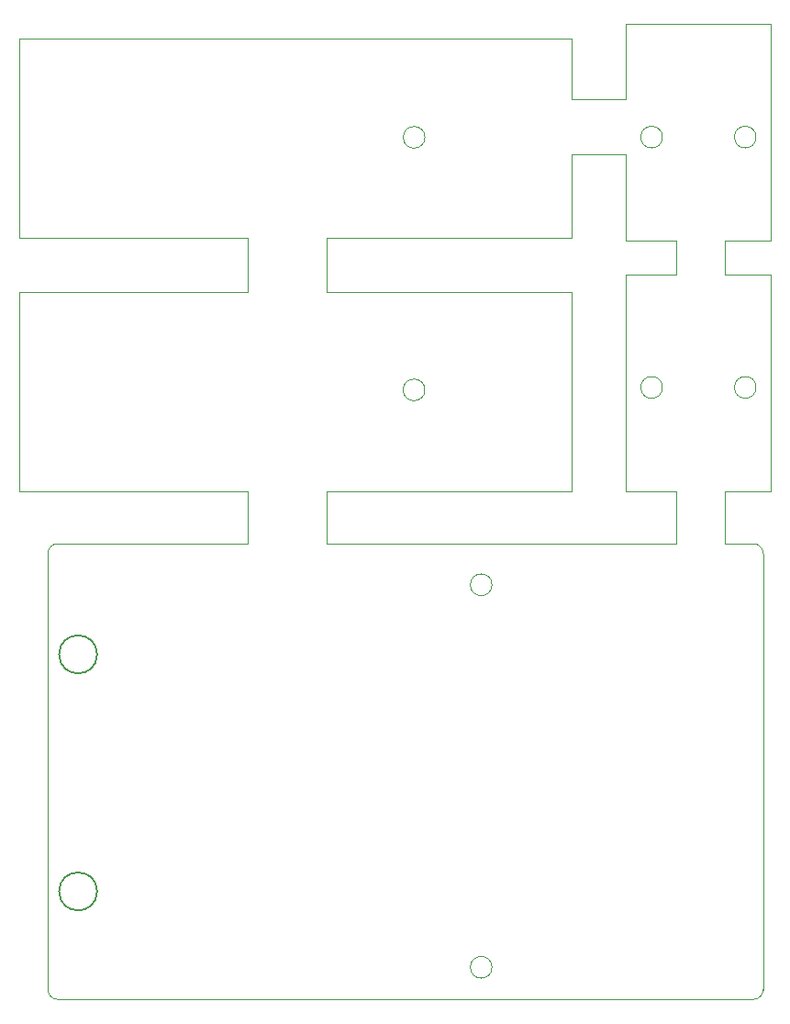
<source format=gbr>
%TF.GenerationSoftware,KiCad,Pcbnew,8.0.6*%
%TF.CreationDate,2024-11-11T19:10:45+01:00*%
%TF.ProjectId,panel,70616e65-6c2e-46b6-9963-61645f706362,rev?*%
%TF.SameCoordinates,Original*%
%TF.FileFunction,Profile,NP*%
%FSLAX46Y46*%
G04 Gerber Fmt 4.6, Leading zero omitted, Abs format (unit mm)*
G04 Created by KiCad (PCBNEW 8.0.6) date 2024-11-11 19:10:45*
%MOMM*%
%LPD*%
G01*
G04 APERTURE LIST*
%TA.AperFunction,Profile*%
%ADD10C,0.050000*%
%TD*%
%TA.AperFunction,Profile*%
%ADD11C,0.200000*%
%TD*%
G04 APERTURE END LIST*
D10*
X132820000Y-71765000D02*
X132820000Y-76765000D01*
X137820000Y-71765000D02*
X132820000Y-71765000D01*
X137820000Y-76765000D02*
X132820000Y-76765000D01*
X132820000Y-99960000D02*
X132820000Y-95115000D01*
X137820000Y-95115000D02*
X132820000Y-95115000D01*
X137820000Y-99960000D02*
X132820000Y-99960000D01*
X155420000Y-71765000D02*
X137820000Y-71765000D01*
X104420000Y-76765000D02*
X125560000Y-76765000D01*
X173790000Y-72040000D02*
X169530000Y-72040000D01*
X160420000Y-72040000D02*
X160420000Y-64050000D01*
X163785000Y-62470000D02*
G75*
G02*
X161785000Y-62470000I-1000000J0D01*
G01*
X161785000Y-62470000D02*
G75*
G02*
X163785000Y-62470000I1000000J0D01*
G01*
X173790000Y-95115000D02*
X172179514Y-95115000D01*
X160420000Y-58980000D02*
X160420000Y-52060000D01*
X165100000Y-95115000D02*
X160420000Y-95115000D01*
X173790000Y-72040000D02*
X173790000Y-52060000D01*
X107079514Y-141059514D02*
X107079514Y-100860486D01*
X107079514Y-100860486D02*
G75*
G02*
X107980000Y-99960000I900509J-23D01*
G01*
X172425000Y-62470000D02*
G75*
G02*
X170425000Y-62470000I-1000000J0D01*
G01*
X170425000Y-62470000D02*
G75*
G02*
X172425000Y-62470000I1000000J0D01*
G01*
X165100000Y-99960000D02*
X137820000Y-99960000D01*
X107980000Y-99960000D02*
X125560000Y-99960000D01*
X172179514Y-95115000D02*
X169510000Y-95115000D01*
X173080000Y-141060000D02*
X173080000Y-100860486D01*
X172425000Y-85545000D02*
G75*
G02*
X170425000Y-85545000I-1000000J0D01*
G01*
X170425000Y-85545000D02*
G75*
G02*
X172425000Y-85545000I1000000J0D01*
G01*
X125560000Y-71770000D02*
X104420000Y-71770000D01*
X125560000Y-99960000D02*
X125560000Y-95120000D01*
X107980000Y-141960000D02*
G75*
G02*
X107079514Y-141059514I-11J900475D01*
G01*
X169510000Y-99960000D02*
X169510000Y-95120000D01*
X173080000Y-141060000D02*
G75*
G02*
X172179514Y-141960500I-900500J0D01*
G01*
X141860000Y-85775000D02*
G75*
G02*
X139860000Y-85775000I-1000000J0D01*
G01*
X139860000Y-85775000D02*
G75*
G02*
X141860000Y-85775000I1000000J0D01*
G01*
X173790000Y-52060000D02*
X160420000Y-52060000D01*
X165050000Y-75135000D02*
X160420000Y-75135000D01*
X155420000Y-58980000D02*
X160420000Y-58980000D01*
X155420000Y-76765000D02*
X137820000Y-76765000D01*
X148060000Y-103745000D02*
G75*
G02*
X146060000Y-103745000I-1000000J0D01*
G01*
X146060000Y-103745000D02*
G75*
G02*
X148060000Y-103745000I1000000J0D01*
G01*
X107980000Y-141960000D02*
X172179514Y-141960000D01*
X169530000Y-72040000D02*
X169530000Y-75135000D01*
X173790000Y-95115000D02*
X173790000Y-75135000D01*
X163785000Y-85545000D02*
G75*
G02*
X161785000Y-85545000I-1000000J0D01*
G01*
X161785000Y-85545000D02*
G75*
G02*
X163785000Y-85545000I1000000J0D01*
G01*
X165050000Y-75135000D02*
X165050000Y-72040000D01*
X165050000Y-72040000D02*
X160420000Y-72040000D01*
X148060000Y-139005000D02*
G75*
G02*
X146060000Y-139005000I-1000000J0D01*
G01*
X146060000Y-139005000D02*
G75*
G02*
X148060000Y-139005000I1000000J0D01*
G01*
X104420000Y-95115000D02*
X104420000Y-76765000D01*
X172179514Y-99960000D02*
G75*
G02*
X173080000Y-100860486I-14J-900500D01*
G01*
X160420000Y-95115000D02*
X160420000Y-75135000D01*
X104420000Y-71770000D02*
X104420000Y-53420000D01*
X172179514Y-99960000D02*
X169510000Y-99960000D01*
X104420000Y-53420000D02*
X155420000Y-53420000D01*
X165100000Y-99960000D02*
X165100000Y-95115000D01*
X155420000Y-64050000D02*
X155420000Y-71770000D01*
X141870000Y-62490000D02*
G75*
G02*
X139870000Y-62490000I-1000000J0D01*
G01*
X139870000Y-62490000D02*
G75*
G02*
X141870000Y-62490000I1000000J0D01*
G01*
X155420000Y-76765000D02*
X155420000Y-95115000D01*
X155420000Y-95115000D02*
X137820000Y-95115000D01*
X125560000Y-95120000D02*
X104420000Y-95120000D01*
X173790000Y-75135000D02*
X169530000Y-75135000D01*
X155420000Y-53420000D02*
X155420000Y-58980000D01*
X155420000Y-64050000D02*
X160420000Y-64050000D01*
X125560000Y-76765000D02*
X125560000Y-71770000D01*
D11*
%TO.C,J3*%
X111614926Y-110160000D02*
G75*
G02*
X108114926Y-110160000I-1750000J0D01*
G01*
X108114926Y-110160000D02*
G75*
G02*
X111614926Y-110160000I1750000J0D01*
G01*
X111614926Y-132010000D02*
G75*
G02*
X108114926Y-132010000I-1750000J0D01*
G01*
X108114926Y-132010000D02*
G75*
G02*
X111614926Y-132010000I1750000J0D01*
G01*
%TD*%
M02*

</source>
